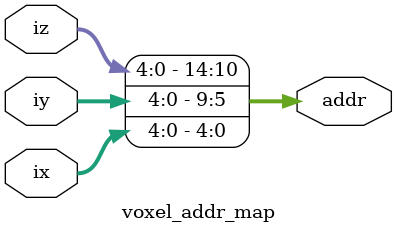
<source format=sv>

module voxel_addr_map (
    input  logic [4:0] ix,   // X coordinate (0..31)
    input  logic [4:0] iy,   // Y coordinate (0..31)
    input  logic [4:0] iz,   // Z coordinate (0..31)
    output logic [14:0] addr // Linear address (0..32767)
);

    // Direct bit concatenation: MSB=z, LSB=x
    assign addr = {iz, iy, ix};

endmodule

</source>
